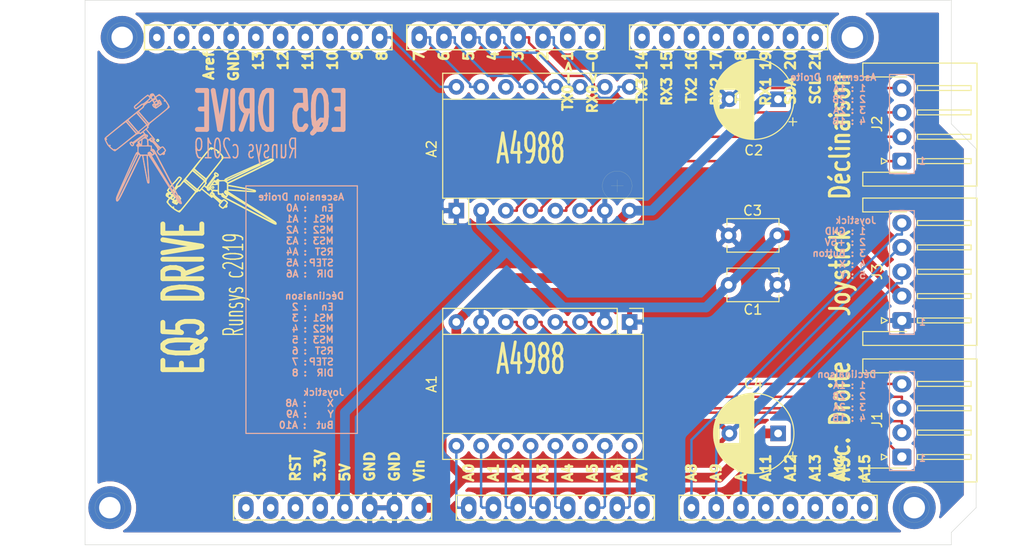
<source format=kicad_pcb>
(kicad_pcb (version 20171130) (host pcbnew 5.1.5-52549c5~84~ubuntu18.04.1)
  (layers (0 F.Cu signal) (31 B.Cu signal) (34 B.Paste user hide) (35 F.Paste user hide) (36 B.SilkS user) (37 F.SilkS user) (38 B.Mask user) (39 F.Mask user) (44 Edge.Cuts user))
  (net 0 "")
  (net 1 "Net-(SH1-Pad19)")
  (net 2 "Net-(SH1-Pad18)")
  (net 3 "Net-(SH1-Pad17)")
  (net 4 "Net-(SH1-Pad16)")
  (net 5 "Net-(SH1-Pad15)")
  (net 6 "Net-(SH1-Pad14)")
  (net 7 /13)
  (net 8 /12)
  (net 9 /11)
  (net 10 /10)
  (net 11 /9)
  (net 12 /8)
  (net 13 /7)
  (net 14 /A15)
  (net 15 /A14)
  (net 16 /A13)
  (net 17 /A12)
  (net 18 /A11)
  (net 19 /A10)
  (net 20 /A9)
  (net 21 "Net-(SH1-Pad21/2)")
  (net 22 "Net-(SH1-Pad20/2)")
  (net 23 "Net-(SH1-PadAREF)")
  (net 24 "Net-(SH1-Pad20/1)")
  (net 25 "Net-(SH1-Pad21/1)")
  (net 26 "Net-(SH1-Pad3V3)")
  (net 27 "Net-(SH1-PadRST)")
  (net 28 "Net-(SH1-PadIREF)")
  (net 29 "Net-(SH1-PadNC)")
  (net 30 "Net-(A1-Pad3)")
  (net 31 "Net-(A1-Pad4)")
  (net 32 "Net-(A1-Pad5)")
  (net 33 "Net-(A1-Pad6)")
  (net 34 "Net-(A1-Pad14)")
  (net 35 "Net-(A2-Pad3)")
  (net 36 "Net-(A2-Pad4)")
  (net 37 "Net-(A2-Pad5)")
  (net 38 "Net-(A2-Pad6)")
  (net 39 "Net-(A2-Pad14)")
  (net 40 GND)
  (net 41 +5V)
  (net 42 +12V)
  (net 43 /A2)
  (net 44 /A0)
  (net 45 /A1)
  (net 46 /A3)
  (net 47 /A4)
  (net 48 /A5)
  (net 49 /A6)
  (net 50 /A8)
  (net 51 /A7)
  (net 52 /6)
  (net 53 /5)
  (net 54 /4)
  (net 55 /3)
  (net 56 /2)
  (net 57 /1)
  (net 58 /0)
  (module SHIELD_ARDUINO:ARDUINO_MEGA_2560_R3_ELL (layer F.Cu) (at 130.81 90.17)
    (fp_text reference SH1 hide)
    (fp_text value ARDUINO_MEGA hide)
    (pad 19 thru_hole oval (at 30.48 -24.13) (size 1.5748 2.286) (drill 0.762) (layers *.Cu *.Mask) (net 1 "Net-(SH1-Pad19)"))
    (pad 18 thru_hole oval (at 27.94 -24.13) (size 1.5748 2.286) (drill 0.762) (layers *.Cu *.Mask) (net 2 "Net-(SH1-Pad18)"))
    (pad 17 thru_hole oval (at 25.4 -24.13) (size 1.5748 2.286) (drill 0.762) (layers *.Cu *.Mask) (net 3 "Net-(SH1-Pad17)"))
    (pad 16 thru_hole oval (at 22.86 -24.13) (size 1.5748 2.286) (drill 0.762) (layers *.Cu *.Mask) (net 4 "Net-(SH1-Pad16)"))
    (pad 15 thru_hole oval (at 20.32 -24.13) (size 1.5748 2.286) (drill 0.762) (layers *.Cu *.Mask) (net 5 "Net-(SH1-Pad15)"))
    (pad 14 thru_hole oval (at 17.78 -24.13) (size 1.5748 2.286) (drill 0.762) (layers *.Cu *.Mask) (net 6 "Net-(SH1-Pad14)"))
    (pad 13 thru_hole oval (at -21.844 -24.13) (size 1.5748 2.286) (drill 0.762) (layers *.Cu *.Mask) (net 7 /13))
    (pad 12 thru_hole oval (at -19.304 -24.13) (size 1.5748 2.286) (drill 0.762) (layers *.Cu *.Mask) (net 8 /12))
    (pad 11 thru_hole oval (at -16.764 -24.13) (size 1.5748 2.286) (drill 0.762) (layers *.Cu *.Mask) (net 9 /11))
    (pad 10 thru_hole oval (at -14.224 -24.13) (size 1.5748 2.286) (drill 0.762) (layers *.Cu *.Mask) (net 10 /10))
    (pad 9 thru_hole oval (at -11.684 -24.13) (size 1.5748 2.286) (drill 0.762) (layers *.Cu *.Mask) (net 11 /9))
    (pad 8 thru_hole oval (at -9.144 -24.13) (size 1.5748 2.286) (drill 0.762) (layers *.Cu *.Mask) (net 12 /8))
    (pad 7 thru_hole oval (at -5.08 -24.13) (size 1.5748 2.286) (drill 0.762) (layers *.Cu *.Mask) (net 13 /7))
    (pad 6 thru_hole oval (at -2.54 -24.13) (size 1.5748 2.286) (drill 0.762) (layers *.Cu *.Mask) (net 52 /6))
    (pad 5 thru_hole oval (at 0 -24.13) (size 1.5748 2.286) (drill 0.762) (layers *.Cu *.Mask) (net 53 /5))
    (pad 4 thru_hole oval (at 2.54 -24.13) (size 1.5748 2.286) (drill 0.762) (layers *.Cu *.Mask) (net 54 /4))
    (pad 3 thru_hole oval (at 5.08 -24.13) (size 1.5748 2.286) (drill 0.762) (layers *.Cu *.Mask) (net 55 /3))
    (pad 2 thru_hole oval (at 7.62 -24.13) (size 1.5748 2.286) (drill 0.762) (layers *.Cu *.Mask) (net 56 /2))
    (pad 1 thru_hole oval (at 10.16 -24.13) (size 1.5748 2.286) (drill 0.762) (layers *.Cu *.Mask) (net 57 /1))
    (pad A15 thru_hole oval (at 40.64 24.13) (size 1.5748 2.286) (drill 0.762) (layers *.Cu *.Mask) (net 14 /A15))
    (pad A14 thru_hole oval (at 38.1 24.13) (size 1.5748 2.286) (drill 0.762) (layers *.Cu *.Mask) (net 15 /A14))
    (pad A13 thru_hole oval (at 35.56 24.13) (size 1.5748 2.286) (drill 0.762) (layers *.Cu *.Mask) (net 16 /A13))
    (pad A12 thru_hole oval (at 33.02 24.13) (size 1.5748 2.286) (drill 0.762) (layers *.Cu *.Mask) (net 17 /A12))
    (pad A11 thru_hole oval (at 30.48 24.13) (size 1.5748 2.286) (drill 0.762) (layers *.Cu *.Mask) (net 18 /A11))
    (pad A10 thru_hole oval (at 27.94 24.13) (size 1.5748 2.286) (drill 0.762) (layers *.Cu *.Mask) (net 19 /A10))
    (pad A9 thru_hole oval (at 25.4 24.13) (size 1.5748 2.286) (drill 0.762) (layers *.Cu *.Mask) (net 20 /A9))
    (pad A8 thru_hole oval (at 22.86 24.13) (size 1.5748 2.286) (drill 0.762) (layers *.Cu *.Mask) (net 50 /A8))
    (pad A7 thru_hole oval (at 17.78 24.13) (size 1.5748 2.286) (drill 0.762) (layers *.Cu *.Mask) (net 51 /A7))
    (pad A6 thru_hole oval (at 15.24 24.13) (size 1.5748 2.286) (drill 0.762) (layers *.Cu *.Mask) (net 49 /A6))
    (pad A5 thru_hole oval (at 12.7 24.13) (size 1.5748 2.286) (drill 0.762) (layers *.Cu *.Mask) (net 48 /A5))
    (pad A4 thru_hole oval (at 10.16 24.13) (size 1.5748 2.286) (drill 0.762) (layers *.Cu *.Mask) (net 47 /A4))
    (pad A3 thru_hole oval (at 7.62 24.13) (size 1.5748 2.286) (drill 0.762) (layers *.Cu *.Mask) (net 46 /A3))
    (pad A2 thru_hole oval (at 5.08 24.13) (size 1.5748 2.286) (drill 0.762) (layers *.Cu *.Mask) (net 43 /A2))
    (pad A1 thru_hole oval (at 2.54 24.13) (size 1.5748 2.286) (drill 0.762) (layers *.Cu *.Mask) (net 45 /A1))
    (pad 21/2 thru_hole oval (at -32.004 -24.1173) (size 1.5748 2.286) (drill 0.762) (layers *.Cu *.Mask) (net 21 "Net-(SH1-Pad21/2)"))
    (pad 20/2 thru_hole oval (at -29.464 -24.1173) (size 1.5748 2.286) (drill 0.762) (layers *.Cu *.Mask) (net 22 "Net-(SH1-Pad20/2)"))
    (pad AREF thru_hole oval (at -26.924 -24.1173) (size 1.5748 2.286) (drill 0.762) (layers *.Cu *.Mask) (net 23 "Net-(SH1-PadAREF)"))
    (pad GND3 thru_hole oval (at -24.384 -24.1173) (size 1.5748 2.286) (drill 0.762) (layers *.Cu *.Mask) (net 40 GND))
    (pad 0 thru_hole oval (at 12.7 -24.1173) (size 1.5748 2.286) (drill 0.762) (layers *.Cu *.Mask) (net 58 /0))
    (pad 20/1 thru_hole oval (at 33.02 -24.1173) (size 1.5748 2.286) (drill 0.762) (layers *.Cu *.Mask) (net 24 "Net-(SH1-Pad20/1)"))
    (pad 21/1 thru_hole oval (at 35.56 -24.1173) (size 1.5748 2.286) (drill 0.762) (layers *.Cu *.Mask) (net 25 "Net-(SH1-Pad21/1)"))
    (pad A0 thru_hole oval (at 0 24.1427) (size 1.5748 2.286) (drill 0.762) (layers *.Cu *.Mask) (net 44 /A0))
    (pad VIN thru_hole oval (at -5.08 24.1427) (size 1.5748 2.286) (drill 0.762) (layers *.Cu *.Mask) (net 42 +12V))
    (pad GND2 thru_hole oval (at -7.62 24.1427) (size 1.5748 2.286) (drill 0.762) (layers *.Cu *.Mask) (net 40 GND))
    (pad GND1 thru_hole oval (at -10.16 24.1427) (size 1.5748 2.286) (drill 0.762) (layers *.Cu *.Mask) (net 40 GND))
    (pad 5V/1 thru_hole oval (at -12.7 24.1427) (size 1.5748 2.286) (drill 0.762) (layers *.Cu *.Mask) (net 41 +5V))
    (pad 3V3 thru_hole oval (at -15.24 24.1427) (size 1.5748 2.286) (drill 0.762) (layers *.Cu *.Mask) (net 26 "Net-(SH1-Pad3V3)"))
    (pad RST thru_hole oval (at -17.78 24.1427) (size 1.5748 2.286) (drill 0.762) (layers *.Cu *.Mask) (net 27 "Net-(SH1-PadRST)"))
    (pad IREF thru_hole oval (at -20.32 24.1427) (size 1.5748 2.286) (drill 0.762) (layers *.Cu *.Mask) (net 28 "Net-(SH1-PadIREF)"))
    (pad NC thru_hole oval (at -22.86 24.1427) (size 1.5748 2.286) (drill 0.762) (layers *.Cu *.Mask) (net 29 "Net-(SH1-PadNC)"))
  )
  (module MountingHole:MountingHole_2.2mm_M2_Pad (layer F.Cu) (at 93.98 114.3)
    (fp_text reference REF1 hide)
    (fp_text value MountingHole_2.2mm_M2_Pad)
    (pad 1 thru_hole circle (at 0 0) (size 4.4 4.4) (drill 2.2) (layers *.Cu *.Mask))
  )
  (module Connector_JST:JST_XH_S5B-XH-A-1_1x05_P2.50mm_Horizontal (layer F.Cu) (at 175.26 95.09 90)
    (fp_text reference J3 (at 5 -2.54 90) (layer F.SilkS))
    (fp_text value Conn_01x05_Male)
    (pad 5 thru_hole oval (at 10 0 90) (size 1.7 1.95) (drill 0.95) (layers *.Cu *.Mask) (net 50 /A8))
    (pad 4 thru_hole oval (at 7.5 0 90) (size 1.7 1.95) (drill 0.95) (layers *.Cu *.Mask) (net 20 /A9))
    (pad 3 thru_hole oval (at 5 0 90) (size 1.7 1.95) (drill 0.95) (layers *.Cu *.Mask) (net 19 /A10))
    (pad 2 thru_hole oval (at 2.5 0 90) (size 1.7 1.95) (drill 0.95) (layers *.Cu *.Mask) (net 41 +5V))
    (pad 1 thru_hole roundrect (at 0 0 90) (size 1.7 1.95) (drill 0.95) (layers *.Cu *.Mask) (roundrect_rratio 0.147059) (net 40 GND))
  )
  (module Connector_JST:JST_XH_S4B-XH-A-1_1x04_P2.50mm_Horizontal (layer F.Cu) (at 175.26 78.74 90)
    (fp_text reference J2 (at 3.81 -2.54 90) (layer F.SilkS))
    (fp_text value Conn_01x04_Male)
    (pad 4 thru_hole oval (at 7.5 0 90) (size 1.7 1.95) (drill 0.95) (layers *.Cu *.Mask) (net 35 "Net-(A2-Pad3)"))
    (pad 3 thru_hole oval (at 5 0 90) (size 1.7 1.95) (drill 0.95) (layers *.Cu *.Mask) (net 36 "Net-(A2-Pad4)"))
    (pad 2 thru_hole oval (at 2.5 0 90) (size 1.7 1.95) (drill 0.95) (layers *.Cu *.Mask) (net 37 "Net-(A2-Pad5)"))
    (pad 1 thru_hole roundrect (at 0 0 90) (size 1.7 1.95) (drill 0.95) (layers *.Cu *.Mask) (roundrect_rratio 0.147059) (net 38 "Net-(A2-Pad6)"))
  )
  (module Connector_JST:JST_XH_S4B-XH-A-1_1x04_P2.50mm_Horizontal (layer F.Cu) (at 175.26 109.1 90)
    (fp_text reference J1 (at 3.81 -2.54 90) (layer F.SilkS))
    (fp_text value Conn_01x04_Male)
    (pad 4 thru_hole oval (at 7.5 0 90) (size 1.7 1.95) (drill 0.95) (layers *.Cu *.Mask) (net 30 "Net-(A1-Pad3)"))
    (pad 3 thru_hole oval (at 5 0 90) (size 1.7 1.95) (drill 0.95) (layers *.Cu *.Mask) (net 31 "Net-(A1-Pad4)"))
    (pad 2 thru_hole oval (at 2.5 0 90) (size 1.7 1.95) (drill 0.95) (layers *.Cu *.Mask) (net 32 "Net-(A1-Pad5)"))
    (pad 1 thru_hole roundrect (at 0 0 90) (size 1.7 1.95) (drill 0.95) (layers *.Cu *.Mask) (roundrect_rratio 0.147059) (net 33 "Net-(A1-Pad6)"))
  )
  (module Capacitor_THT:C_Disc_D5.1mm_W3.2mm_P5.00mm (layer F.Cu) (at 162.48 86.36 180)
    (fp_text reference C3 (at 2.54 2.54) (layer F.SilkS))
    (fp_text value 100n)
    (pad 2 thru_hole circle (at 5 0 180) (size 1.6 1.6) (drill 0.8) (layers *.Cu *.Mask) (net 40 GND))
    (pad 1 thru_hole circle (at 0 0 180) (size 1.6 1.6) (drill 0.8) (layers *.Cu *.Mask) (net 41 +5V))
  )
  (module Capacitor_THT:C_Disc_D5.1mm_W3.2mm_P5.00mm (layer F.Cu) (at 157.48 91.44)
    (fp_text reference C1 (at 2.5 2.54) (layer F.SilkS))
    (fp_text value 100n)
    (pad 2 thru_hole circle (at 5 0) (size 1.6 1.6) (drill 0.8) (layers *.Cu *.Mask) (net 40 GND))
    (pad 1 thru_hole circle (at 0 0) (size 1.6 1.6) (drill 0.8) (layers *.Cu *.Mask) (net 41 +5V))
  )
  (module logo:tele (layer F.Cu) (at 99.06 77.47)
    (fp_text reference G1 hide)
    (fp_text value LOGO hide)
  )
  (module logo:tele (layer F.Cu) (at 105.41 81.28 90)
    (fp_text reference G0 hide)
    (fp_text value LOGO hide)
  )
  (module Capacitor_THT:CP_Radial_D8.0mm_P5.00mm (layer F.Cu) (at 162.56 106.68 180)
    (fp_text reference C4 (at 2.54 5.08) (layer F.SilkS))
    (fp_text value 100u)
    (pad 2 thru_hole circle (at 5 0 180) (size 1.6 1.6) (drill 0.8) (layers *.Cu *.Mask) (net 40 GND))
    (pad 1 thru_hole rect (at 0 0 180) (size 1.6 1.6) (drill 0.8) (layers *.Cu *.Mask) (net 42 +12V))
  )
  (module Capacitor_THT:CP_Radial_D8.0mm_P5.00mm (layer F.Cu) (at 162.56 72.39 180)
    (fp_text reference C2 (at 2.5 -5.25) (layer F.SilkS))
    (fp_text value 100u)
    (pad 2 thru_hole circle (at 5 0 180) (size 1.6 1.6) (drill 0.8) (layers *.Cu *.Mask) (net 40 GND))
    (pad 1 thru_hole rect (at 0 0 180) (size 1.6 1.6) (drill 0.8) (layers *.Cu *.Mask) (net 42 +12V))
  )
  (module MountingHole:MountingHole_2.2mm_M2_Pad (layer F.Cu) (at 176.53 114.3)
    (fp_text reference REF2 hide)
    (fp_text value MountingHole_2.2mm_M2_Pad)
    (pad 1 thru_hole circle (at 0 0) (size 4.4 4.4) (drill 2.2) (layers *.Cu *.Mask))
  )
  (module MountingHole:MountingHole_2.2mm_M2_Pad (layer F.Cu) (at 170.18 66.04)
    (fp_text reference REF3 hide)
    (fp_text value MountingHole_2.2mm_M2_Pad)
    (pad 1 thru_hole circle (at 0 0) (size 4.4 4.4) (drill 2.2) (layers *.Cu *.Mask))
  )
  (module MountingHole:MountingHole_2.2mm_M2_Pad (layer F.Cu) (at 95.25 66.04)
    (fp_text reference REF** hide)
    (fp_text value MountingHole_2.2mm_M2_Pad)
    (pad 1 thru_hole circle (at 0 0) (size 4.4 4.4) (drill 2.2) (layers *.Cu *.Mask))
  )
  (module Modules:Pololu_Breakout-16_15.2x20.3mm (layer F.Cu) (at 129.54 83.82 90)
    (fp_text reference A2 (at 6.35 -2.54 90) (layer F.SilkS))
    (fp_text value Pololu_Breakout_A4988)
    (pad 1 thru_hole rect (at 0 0 90) (size 1.6 1.6) (drill 0.8) (layers *.Cu *.Mask) (net 40 GND))
    (pad 9 thru_hole oval (at 12.7 17.78 90) (size 1.6 1.6) (drill 0.8) (layers *.Cu *.Mask) (net 56 /2))
    (pad 2 thru_hole oval (at 0 2.54 90) (size 1.6 1.6) (drill 0.8) (layers *.Cu *.Mask) (net 41 +5V))
    (pad 10 thru_hole oval (at 12.7 15.24 90) (size 1.6 1.6) (drill 0.8) (layers *.Cu *.Mask) (net 55 /3))
    (pad 3 thru_hole oval (at 0 5.08 90) (size 1.6 1.6) (drill 0.8) (layers *.Cu *.Mask) (net 35 "Net-(A2-Pad3)"))
    (pad 11 thru_hole oval (at 12.7 12.7 90) (size 1.6 1.6) (drill 0.8) (layers *.Cu *.Mask) (net 54 /4))
    (pad 4 thru_hole oval (at 0 7.62 90) (size 1.6 1.6) (drill 0.8) (layers *.Cu *.Mask) (net 36 "Net-(A2-Pad4)"))
    (pad 12 thru_hole oval (at 12.7 10.16 90) (size 1.6 1.6) (drill 0.8) (layers *.Cu *.Mask) (net 53 /5))
    (pad 5 thru_hole oval (at 0 10.16 90) (size 1.6 1.6) (drill 0.8) (layers *.Cu *.Mask) (net 37 "Net-(A2-Pad5)"))
    (pad 13 thru_hole oval (at 12.7 7.62 90) (size 1.6 1.6) (drill 0.8) (layers *.Cu *.Mask) (net 52 /6))
    (pad 6 thru_hole oval (at 0 12.7 90) (size 1.6 1.6) (drill 0.8) (layers *.Cu *.Mask) (net 38 "Net-(A2-Pad6)"))
    (pad 14 thru_hole oval (at 12.7 5.08 90) (size 1.6 1.6) (drill 0.8) (layers *.Cu *.Mask) (net 39 "Net-(A2-Pad14)"))
    (pad 7 thru_hole oval (at 0 15.24 90) (size 1.6 1.6) (drill 0.8) (layers *.Cu *.Mask) (net 40 GND))
    (pad 15 thru_hole oval (at 12.7 2.54 90) (size 1.6 1.6) (drill 0.8) (layers *.Cu *.Mask) (net 13 /7))
    (pad 8 thru_hole oval (at 0 17.78 90) (size 1.6 1.6) (drill 0.8) (layers *.Cu *.Mask) (net 42 +12V))
    (pad 16 thru_hole oval (at 12.7 0 90) (size 1.6 1.6) (drill 0.8) (layers *.Cu *.Mask) (net 12 /8))
  )
  (module Modules:Pololu_Breakout-16_15.2x20.3mm (layer F.Cu) (at 147.32 95.25 270)
    (fp_text reference A1 (at 6.35 20.32 90) (layer F.SilkS))
    (fp_text value Pololu_Breakout_A4988)
    (pad 1 thru_hole rect (at 0 0 270) (size 1.6 1.6) (drill 0.8) (layers *.Cu *.Mask) (net 40 GND))
    (pad 9 thru_hole oval (at 12.7 17.78 270) (size 1.6 1.6) (drill 0.8) (layers *.Cu *.Mask) (net 44 /A0))
    (pad 2 thru_hole oval (at 0 2.54 270) (size 1.6 1.6) (drill 0.8) (layers *.Cu *.Mask) (net 41 +5V))
    (pad 10 thru_hole oval (at 12.7 15.24 270) (size 1.6 1.6) (drill 0.8) (layers *.Cu *.Mask) (net 45 /A1))
    (pad 3 thru_hole oval (at 0 5.08 270) (size 1.6 1.6) (drill 0.8) (layers *.Cu *.Mask) (net 30 "Net-(A1-Pad3)"))
    (pad 11 thru_hole oval (at 12.7 12.7 270) (size 1.6 1.6) (drill 0.8) (layers *.Cu *.Mask) (net 43 /A2))
    (pad 4 thru_hole oval (at 0 7.62 270) (size 1.6 1.6) (drill 0.8) (layers *.Cu *.Mask) (net 31 "Net-(A1-Pad4)"))
    (pad 12 thru_hole oval (at 12.7 10.16 270) (size 1.6 1.6) (drill 0.8) (layers *.Cu *.Mask) (net 46 /A3))
    (pad 5 thru_hole oval (at 0 10.16 270) (size 1.6 1.6) (drill 0.8) (layers *.Cu *.Mask) (net 32 "Net-(A1-Pad5)"))
    (pad 13 thru_hole oval (at 12.7 7.62 270) (size 1.6 1.6) (drill 0.8) (layers *.Cu *.Mask) (net 47 /A4))
    (pad 6 thru_hole oval (at 0 12.7 270) (size 1.6 1.6) (drill 0.8) (layers *.Cu *.Mask) (net 33 "Net-(A1-Pad6)"))
    (pad 14 thru_hole oval (at 12.7 5.08 270) (size 1.6 1.6) (drill 0.8) (layers *.Cu *.Mask) (net 34 "Net-(A1-Pad14)"))
    (pad 7 thru_hole oval (at 0 15.24 270) (size 1.6 1.6) (drill 0.8) (layers *.Cu *.Mask) (net 40 GND))
    (pad 15 thru_hole oval (at 12.7 2.54 270) (size 1.6 1.6) (drill 0.8) (layers *.Cu *.Mask) (net 48 /A5))
    (pad 8 thru_hole oval (at 0 17.78 270) (size 1.6 1.6) (drill 0.8) (layers *.Cu *.Mask) (net 42 +12V))
    (pad 16 thru_hole oval (at 12.7 0 270) (size 1.6 1.6) (drill 0.8) (layers *.Cu *.Mask) (net 49 /A6))
  )
  (gr_line (start 119.38 81.28) (end 119.38 106.68) (layer B.SilkS) (width 0.12))
  (gr_line (start 107.95 81.28) (end 119.38 81.28) (layer B.SilkS) (width 0.12))
  (gr_line (start 107.95 106.68) (end 107.95 81.28) (layer B.SilkS) (width 0.12))
  (gr_line (start 119.38 106.68) (end 107.95 106.68) (layer B.SilkS) (width 0.12))
  (gr_line (start 180.34 118.11) (end 180.34 116.84) (layer Edge.Cuts) (width 0.05))
  (gr_line (start 180.34 118.11) (end 91.44 118.11) (layer Edge.Cuts) (width 0.05))
  (gr_line (start 182.88 77.47) (end 182.88 81.28) (layer Edge.Cuts) (width 0.05))
  (gr_line (start 180.34 74.93) (end 182.88 77.47) (layer Edge.Cuts) (width 0.05))
  (gr_line (start 180.34 62.23) (end 180.34 74.93) (layer Edge.Cuts) (width 0.05))
  (gr_line (start 182.88 114.3) (end 182.88 81.28) (layer Edge.Cuts) (width 0.05))
  (gr_line (start 180.34 116.84) (end 182.88 114.3) (layer Edge.Cuts) (width 0.05))
  (gr_text "\n: 2\n: 3\n: 4\n: 5\n: 6\n: 7\n: 8" (at 114.3 96.52) (layer B.SilkS) (effects (font (size 0.7 0.7)) (justify left mirror)))
  (gr_text "\n: A0\n: A1\n: A2\n: A3\n: A4\n: A5\n: A6" (at 114.3 86.36) (layer B.SilkS) (effects (font (size 0.7 0.7)) (justify left mirror)))
  (gr_text 1 (at 177.8 95.25) (layer B.SilkS) (effects (font (size 0.7 0.7)) (justify left mirror)))
  (gr_text 1 (at 177.8 78.74) (layer B.SilkS) (effects (font (size 0.7 0.7)) (justify left mirror)))
  (gr_text 1 (at 177.8 109.22) (layer B.SilkS) (effects (font (size 0.7 0.7)) (justify left mirror)))
  (gr_text "Joystick\n  1 : GND\n  2 : +5V\n  3 : Button\n  4 : X\n  5 : Y\n" (at 172.72 87.63) (layer B.SilkS) (effects (font (size 0.7 0.7)) (justify left mirror)))
  (gr_text "Déclinaison\n  En\n  MS1\n  MS2\n  MS3\n  RST\n  STEP\n  DIR" (at 118.11 96.52) (layer B.SilkS) (effects (font (size 0.7 0.7)) (justify left mirror)))
  (gr_text "Ascension Droite\n  En\n  MS1\n  MS2\n  MS3\n  RST  \n  STEP\n  DIR" (at 118.11 86.36) (layer B.SilkS) (effects (font (size 0.7 0.7)) (justify left mirror)))
  (gr_text "Joystick\n  X    : A8\n  Y    : A9\n  But  : A10\n" (at 118.11 104.14) (layer B.SilkS) (effects (font (size 0.7 0.7)) (justify left mirror)))
  (gr_line (start 173.99 96.52) (end 176.53 96.52) (layer B.SilkS) (width 0.12))
  (gr_line (start 176.53 96.52) (end 176.53 83.82) (layer B.SilkS) (width 0.12))
  (gr_line (start 173.99 83.82) (end 173.99 96.52) (layer B.SilkS) (width 0.12))
  (gr_line (start 176.53 83.82) (end 173.99 83.82) (layer B.SilkS) (width 0.12))
  (gr_line (start 176.53 69.85) (end 173.99 69.85) (layer B.SilkS) (width 0.12))
  (gr_line (start 176.53 80.01) (end 176.53 69.85) (layer B.SilkS) (width 0.12))
  (gr_line (start 173.99 80.01) (end 176.53 80.01) (layer B.SilkS) (width 0.12))
  (gr_line (start 173.99 69.85) (end 173.99 80.01) (layer B.SilkS) (width 0.12))
  (gr_line (start 173.99 100.33) (end 173.99 110.49) (layer B.SilkS) (width 0.12))
  (gr_line (start 176.53 100.33) (end 173.99 100.33) (layer B.SilkS) (width 0.12))
  (gr_line (start 176.53 110.49) (end 176.53 100.33) (layer B.SilkS) (width 0.12))
  (gr_line (start 173.99 110.49) (end 176.53 110.49) (layer B.SilkS) (width 0.12))
  (gr_text "Runsys c2019" (at 107.95 77.47) (layer B.SilkS) (effects (font (size 2 1)) (justify mirror)))
  (gr_text "EQ5 DRIVE" (at 110.49 73.66) (layer B.SilkS) (effects (font (size 4 2) (thickness 0.5)) (justify mirror)))
  (gr_text "Déclinaison\n  1 : 1A\n  2 : 2B\n  3 : 2A\n  4 : 1B" (at 172.72 102.87) (layer B.SilkS) (effects (font (size 0.7 0.7)) (justify left mirror)))
  (gr_text "Ascension Droite\n  1 : 1A\n  2 : 2B\n  3 : 2A\n  4 : 1B" (at 172.72 72.39) (layer B.SilkS) (effects (font (size 0.7 0.7)) (justify left mirror)))
  (gr_text A4988 (at 137.16 99.06) (layer F.SilkS) (effects (font (size 3 1.5) (thickness 0.3))))
  (gr_text A4988 (at 137.16 77.47) (layer F.SilkS) (effects (font (size 3 1.5) (thickness 0.3))))
  (gr_text 8 (at 121.92 67.31 90) (layer F.SilkS) (effects (font (size 1 1) (thickness 0.25)) (justify right)))
  (gr_text 9 (at 119.38 67.31 90) (layer F.SilkS) (effects (font (size 1 1) (thickness 0.25)) (justify right)))
  (gr_text 10 (at 116.84 67.31 90) (layer F.SilkS) (effects (font (size 1 1) (thickness 0.25)) (justify right)))
  (gr_text 11 (at 114.3 67.31 90) (layer F.SilkS) (effects (font (size 1 1) (thickness 0.25)) (justify right)))
  (gr_text 12 (at 111.76 67.31 90) (layer F.SilkS) (effects (font (size 1 1) (thickness 0.25)) (justify right)))
  (gr_text 13 (at 109.22 67.31 90) (layer F.SilkS) (effects (font (size 1 1) (thickness 0.25)) (justify right)))
  (gr_text "GND\n" (at 106.68 67.31 90) (layer F.SilkS) (effects (font (size 1 1) (thickness 0.25)) (justify right)))
  (gr_text Aref (at 104.14 67.31 90) (layer F.SilkS) (effects (font (size 1 1) (thickness 0.25)) (justify right)))
  (gr_text "SCL 21\n" (at 166.37 67.31 90) (layer F.SilkS) (effects (font (size 1 1) (thickness 0.25)) (justify right)))
  (gr_text "SDA 20" (at 163.83 67.31 90) (layer F.SilkS) (effects (font (size 1 1) (thickness 0.25)) (justify right)))
  (gr_text "RX1 19" (at 161.29 67.31 90) (layer F.SilkS) (effects (font (size 1 1) (thickness 0.25)) (justify right)))
  (gr_text "TX1 18" (at 158.75 67.31 90) (layer F.SilkS) (effects (font (size 1 1) (thickness 0.25)) (justify right)))
  (gr_text "RX2 17" (at 156.21 67.31 90) (layer F.SilkS) (effects (font (size 1 1) (thickness 0.25)) (justify right)))
  (gr_text "TX2 16" (at 153.67 67.31 90) (layer F.SilkS) (effects (font (size 1 1) (thickness 0.25)) (justify right)))
  (gr_text "RX3 15" (at 151.13 67.31 90) (layer F.SilkS) (effects (font (size 1 1) (thickness 0.25)) (justify right)))
  (gr_text "TX3 14" (at 148.59 67.31 90) (layer F.SilkS) (effects (font (size 1 1) (thickness 0.25)) (justify right)))
  (gr_text RX0<-0 (at 143.51 67.31 90) (layer F.SilkS) (effects (font (size 1 1) (thickness 0.25)) (justify right)))
  (gr_text TX0->1 (at 140.97 67.31 90) (layer F.SilkS) (effects (font (size 1 1) (thickness 0.25)) (justify right)))
  (gr_text 2 (at 138.43 67.31 90) (layer F.SilkS) (effects (font (size 1 1) (thickness 0.25)) (justify right)))
  (gr_text 3 (at 135.89 67.31 90) (layer F.SilkS) (effects (font (size 1 1) (thickness 0.25)) (justify right)))
  (gr_text 4 (at 133.35 67.31 90) (layer F.SilkS) (effects (font (size 1 1) (thickness 0.25)) (justify right)))
  (gr_text 5 (at 130.81 67.31 90) (layer F.SilkS) (effects (font (size 1 1) (thickness 0.25)) (justify right)))
  (gr_text "6\n" (at 128.27 67.31 90) (layer F.SilkS) (effects (font (size 1 1) (thickness 0.25)) (justify right)))
  (gr_text 7 (at 125.73 67.31 90) (layer F.SilkS) (effects (font (size 1 1) (thickness 0.25)) (justify right)))
  (gr_text A15 (at 171.45 111.76 90) (layer F.SilkS) (effects (font (size 1 1) (thickness 0.25)) (justify left)))
  (gr_text "A14\n" (at 168.91 111.76 90) (layer F.SilkS) (effects (font (size 1 1) (thickness 0.25)) (justify left)))
  (gr_text A13 (at 166.37 111.76 90) (layer F.SilkS) (effects (font (size 1 1) (thickness 0.25)) (justify left)))
  (gr_text "A12\n" (at 163.83 111.76 90) (layer F.SilkS) (effects (font (size 1 1) (thickness 0.25)) (justify left)))
  (gr_text A11 (at 161.29 111.76 90) (layer F.SilkS) (effects (font (size 1 1) (thickness 0.25)) (justify left)))
  (gr_text A10 (at 158.75 111.76 90) (layer F.SilkS) (effects (font (size 1 1) (thickness 0.25)) (justify left)))
  (gr_text A9 (at 156.21 111.76 90) (layer F.SilkS) (effects (font (size 1 1) (thickness 0.25)) (justify left)))
  (gr_text A8 (at 153.67 111.76 90) (layer F.SilkS) (effects (font (size 1 1) (thickness 0.25)) (justify left)))
  (gr_text "A7\n" (at 148.59 111.76 90) (layer F.SilkS) (effects (font (size 1 1) (thickness 0.25)) (justify left)))
  (gr_text A6 (at 146.05 111.76 90) (layer F.SilkS) (effects (font (size 1 1) (thickness 0.25)) (justify left)))
  (gr_text A5 (at 143.51 111.76 90) (layer F.SilkS) (effects (font (size 1 1) (thickness 0.25)) (justify left)))
  (gr_text A4 (at 140.97 111.76 90) (layer F.SilkS) (effects (font (size 1 1) (thickness 0.25)) (justify left)))
  (gr_text "A3\n" (at 138.43 111.76 90) (layer F.SilkS) (effects (font (size 1 1) (thickness 0.25)) (justify left)))
  (gr_text A2 (at 135.89 111.76 90) (layer F.SilkS) (effects (font (size 1 1) (thickness 0.25)) (justify left)))
  (gr_text A1 (at 133.35 111.76 90) (layer F.SilkS) (effects (font (size 1 1) (thickness 0.25)) (justify left)))
  (gr_text A0 (at 130.81 111.76 90) (layer F.SilkS) (effects (font (size 1 1) (thickness 0.25)) (justify left)))
  (gr_text "RST\n" (at 113.03 111.76 90) (layer F.SilkS) (effects (font (size 1 1) (thickness 0.25)) (justify left)))
  (gr_text 3.3V (at 115.57 111.76 90) (layer F.SilkS) (effects (font (size 1 1) (thickness 0.25)) (justify left)))
  (gr_text 5V (at 118.11 111.76 90) (layer F.SilkS) (effects (font (size 1 1) (thickness 0.25)) (justify left)))
  (gr_text Vin (at 125.73 111.76 90) (layer F.SilkS) (effects (font (size 1 1) (thickness 0.25)) (justify left)))
  (gr_text GND (at 120.65 111.76 90) (layer F.SilkS) (effects (font (size 1 1) (thickness 0.25)) (justify left)))
  (gr_text GND (at 123.19 111.76 90) (layer F.SilkS) (effects (font (size 1 1) (thickness 0.25)) (justify left)))
  (gr_text Joystick (at 168.91 90.17 90) (layer F.SilkS) (effects (font (size 2 1.5) (thickness 0.3))))
  (gr_text Déclinaison (at 168.91 76.2 90) (layer F.SilkS) (effects (font (size 2 1.5) (thickness 0.3))))
  (gr_text "Asc. Droite" (at 168.91 105.41 90) (layer F.SilkS) (effects (font (size 2 1.5) (thickness 0.3))))
  (gr_text "Runsys c2019" (at 106.68 91.44 90) (layer F.SilkS) (effects (font (size 2 1))))
  (gr_text "EQ5 DRIVE" (at 101.6 92.71 90) (layer F.SilkS) (effects (font (size 4 2) (thickness 0.5))))
  (gr_line (start 91.44 118.11) (end 91.44 62.23) (layer Edge.Cuts) (width 0.05))
  (gr_line (start 91.44 62.23) (end 180.34 62.23) (layer Edge.Cuts) (width 0.05))
  (segment (start 121.666 66.04) (end 122.7787 66.04) (width 0.25) (layer B.Cu) (net 12))
  (segment (start 129.54 71.12) (end 127.8587 71.12) (width 0.25) (layer B.Cu) (net 12))
  (segment (start 127.8587 71.12) (end 122.7787 66.04) (width 0.25) (layer B.Cu) (net 12))
  (segment (start 125.73 66.04) (end 126.8427 66.04) (width 0.25) (layer B.Cu) (net 13))
  (segment (start 132.08 71.12) (end 130.9547 71.12) (width 0.25) (layer B.Cu) (net 13))
  (segment (start 130.9547 71.12) (end 130.9547 70.8386) (width 0.25) (layer B.Cu) (net 13))
  (segment (start 130.9547 70.8386) (end 126.8427 66.7266) (width 0.25) (layer B.Cu) (net 13))
  (segment (start 126.8427 66.7266) (end 126.8427 66.04) (width 0.25) (layer B.Cu) (net 13))
  (segment (start 175.26 90.09) (end 175.26 91.2653) (width 0.25) (layer B.Cu) (net 19))
  (segment (start 175.26 91.2653) (end 174.7458 91.2653) (width 0.25) (layer B.Cu) (net 19))
  (segment (start 174.7458 91.2653) (end 158.75 107.2611) (width 0.25) (layer B.Cu) (net 19))
  (segment (start 158.75 107.2611) (end 158.75 114.3) (width 0.25) (layer B.Cu) (net 19))
  (segment (start 175.26 87.59) (end 175.0282 87.59) (width 0.25) (layer B.Cu) (net 20))
  (segment (start 175.0282 87.59) (end 156.21 106.4082) (width 0.25) (layer B.Cu) (net 20))
  (segment (start 156.21 106.4082) (end 156.21 114.3) (width 0.25) (layer B.Cu) (net 20))
  (segment (start 142.24 95.25) (end 143.3653 95.25) (width 0.25) (layer F.Cu) (net 30))
  (segment (start 143.3653 95.25) (end 143.3653 95.5313) (width 0.25) (layer F.Cu) (net 30))
  (segment (start 143.3653 95.5313) (end 149.434 101.6) (width 0.25) (layer F.Cu) (net 30))
  (segment (start 149.434 101.6) (end 175.26 101.6) (width 0.25) (layer F.Cu) (net 30))
  (segment (start 175.26 104.1) (end 175.26 102.9247) (width 0.25) (layer F.Cu) (net 31))
  (segment (start 139.7 95.25) (end 140.8253 95.25) (width 0.25) (layer F.Cu) (net 31))
  (segment (start 140.8253 95.25) (end 140.8253 95.5313) (width 0.25) (layer F.Cu) (net 31))
  (segment (start 140.8253 95.5313) (end 148.2187 102.9247) (width 0.25) (layer F.Cu) (net 31))
  (segment (start 148.2187 102.9247) (end 175.26 102.9247) (width 0.25) (layer F.Cu) (net 31))
  (segment (start 175.26 106.6) (end 175.26 105.4247) (width 0.25) (layer F.Cu) (net 32))
  (segment (start 137.16 95.25) (end 138.2853 95.25) (width 0.25) (layer F.Cu) (net 32))
  (segment (start 138.2853 95.25) (end 138.2853 95.5313) (width 0.25) (layer F.Cu) (net 32))
  (segment (start 138.2853 95.5313) (end 146.8539 104.0999) (width 0.25) (layer F.Cu) (net 32))
  (segment (start 146.8539 104.0999) (end 172.7599 104.0999) (width 0.25) (layer F.Cu) (net 32))
  (segment (start 172.7599 104.0999) (end 174.0847 105.4247) (width 0.25) (layer F.Cu) (net 32))
  (segment (start 174.0847 105.4247) (end 175.26 105.4247) (width 0.25) (layer F.Cu) (net 32))
  (segment (start 134.62 95.25) (end 135.7453 95.25) (width 0.25) (layer F.Cu) (net 33))
  (segment (start 135.7453 95.25) (end 135.7453 95.5313) (width 0.25) (layer F.Cu) (net 33))
  (segment (start 135.7453 95.5313) (end 144.7643 104.5503) (width 0.25) (layer F.Cu) (net 33))
  (segment (start 144.7643 104.5503) (end 170.7103 104.5503) (width 0.25) (layer F.Cu) (net 33))
  (segment (start 170.7103 104.5503) (end 175.26 109.1) (width 0.25) (layer F.Cu) (net 33))
  (segment (start 134.62 83.82) (end 135.7453 83.82) (width 0.25) (layer F.Cu) (net 35))
  (segment (start 135.7453 83.82) (end 135.7453 83.5387) (width 0.25) (layer F.Cu) (net 35))
  (segment (start 135.7453 83.5387) (end 146.2192 73.0648) (width 0.25) (layer F.Cu) (net 35))
  (segment (start 146.2192 73.0648) (end 153.0326 73.0648) (width 0.25) (layer F.Cu) (net 35))
  (segment (start 153.0326 73.0648) (end 154.8574 71.24) (width 0.25) (layer F.Cu) (net 35))
  (segment (start 154.8574 71.24) (end 175.26 71.24) (width 0.25) (layer F.Cu) (net 35))
  (segment (start 137.16 83.82) (end 138.2853 83.82) (width 0.25) (layer F.Cu) (net 36))
  (segment (start 138.2853 83.82) (end 138.2853 83.5387) (width 0.25) (layer F.Cu) (net 36))
  (segment (start 138.2853 83.5387) (end 148.084 73.74) (width 0.25) (layer F.Cu) (net 36))
  (segment (start 148.084 73.74) (end 175.26 73.74) (width 0.25) (layer F.Cu) (net 36))
  (segment (start 139.7 83.82) (end 140.8253 83.82) (width 0.25) (layer F.Cu) (net 37))
  (segment (start 140.8253 83.82) (end 140.8253 83.5387) (width 0.25) (layer F.Cu) (net 37))
  (segment (start 140.8253 83.5387) (end 148.124 76.24) (width 0.25) (layer F.Cu) (net 37))
  (segment (start 148.124 76.24) (end 175.26 76.24) (width 0.25) (layer F.Cu) (net 37))
  (segment (start 142.24 83.82) (end 143.3653 83.82) (width 0.25) (layer F.Cu) (net 38))
  (segment (start 143.3653 83.82) (end 143.3653 83.5387) (width 0.25) (layer F.Cu) (net 38))
  (segment (start 143.3653 83.5387) (end 148.164 78.74) (width 0.25) (layer F.Cu) (net 38))
  (segment (start 148.164 78.74) (end 175.26 78.74) (width 0.25) (layer F.Cu) (net 38))
  (segment (start 162.48 86.36) (end 169.03 86.36) (width 1) (layer F.Cu) (net 41))
  (segment (start 169.03 86.36) (end 175.26 92.59) (width 1) (layer F.Cu) (net 41))
  (segment (start 157.48 91.44) (end 162.48 86.44) (width 1) (layer B.Cu) (net 41))
  (segment (start 162.48 86.44) (end 162.48 86.36) (width 1) (layer B.Cu) (net 41))
  (segment (start 144.78 93.7497) (end 155.1703 93.7497) (width 1) (layer B.Cu) (net 41))
  (segment (start 155.1703 93.7497) (end 157.48 91.44) (width 1) (layer B.Cu) (net 41))
  (segment (start 134.6994 87.9397) (end 118.11 104.5291) (width 1) (layer B.Cu) (net 41))
  (segment (start 118.11 104.5291) (end 118.11 114.3127) (width 1) (layer B.Cu) (net 41))
  (segment (start 144.78 93.7497) (end 140.5094 93.7497) (width 1) (layer B.Cu) (net 41))
  (segment (start 140.5094 93.7497) (end 134.6994 87.9397) (width 1) (layer B.Cu) (net 41))
  (segment (start 132.08 85.3203) (end 134.6994 87.9397) (width 1) (layer B.Cu) (net 41))
  (segment (start 132.08 83.82) (end 132.08 85.3203) (width 1) (layer B.Cu) (net 41))
  (segment (start 144.78 95.25) (end 144.78 93.7497) (width 1) (layer B.Cu) (net 41))
  (segment (start 129.54 95.25) (end 129.54 96.7503) (width 1) (layer F.Cu) (net 42))
  (segment (start 130.3119 111.2185) (end 127.2177 114.3127) (width 1) (layer F.Cu) (net 42))
  (segment (start 161.0597 106.68) (end 156.5212 111.2185) (width 1) (layer F.Cu) (net 42))
  (segment (start 156.5212 111.2185) (end 130.3119 111.2185) (width 1) (layer F.Cu) (net 42))
  (segment (start 129.54 96.7503) (end 128.0307 98.2596) (width 1) (layer F.Cu) (net 42))
  (segment (start 128.0307 98.2596) (end 128.0307 108.9373) (width 1) (layer F.Cu) (net 42))
  (segment (start 128.0307 108.9373) (end 130.3119 111.2185) (width 1) (layer F.Cu) (net 42))
  (segment (start 147.32 83.82) (end 140.3943 90.7457) (width 1) (layer F.Cu) (net 42))
  (segment (start 140.3943 90.7457) (end 134.0443 90.7457) (width 1) (layer F.Cu) (net 42))
  (segment (start 134.0443 90.7457) (end 129.54 95.25) (width 1) (layer F.Cu) (net 42))
  (segment (start 125.73 114.3127) (end 127.2177 114.3127) (width 1) (layer F.Cu) (net 42))
  (segment (start 162.56 106.68) (end 161.0597 106.68) (width 1) (layer F.Cu) (net 42))
  (segment (start 162.56 72.39) (end 161.0597 72.39) (width 1) (layer B.Cu) (net 42))
  (segment (start 147.32 83.82) (end 149.6297 83.82) (width 1) (layer B.Cu) (net 42))
  (segment (start 149.6297 83.82) (end 161.0597 72.39) (width 1) (layer B.Cu) (net 42))
  (segment (start 135.89 114.3) (end 134.7773 114.3) (width 0.25) (layer B.Cu) (net 43))
  (segment (start 134.62 107.95) (end 134.62 114.1427) (width 0.25) (layer B.Cu) (net 43))
  (segment (start 134.62 114.1427) (end 134.7773 114.3) (width 0.25) (layer B.Cu) (net 43))
  (segment (start 130.81 114.3127) (end 129.6973 114.3127) (width 0.25) (layer B.Cu) (net 44))
  (segment (start 129.54 107.95) (end 129.54 114.1554) (width 0.25) (layer B.Cu) (net 44))
  (segment (start 129.54 114.1554) (end 129.6973 114.3127) (width 0.25) (layer B.Cu) (net 44))
  (segment (start 133.35 114.3) (end 132.2373 114.3) (width 0.25) (layer B.Cu) (net 45))
  (segment (start 132.08 107.95) (end 132.08 114.1427) (width 0.25) (layer B.Cu) (net 45))
  (segment (start 132.08 114.1427) (end 132.2373 114.3) (width 0.25) (layer B.Cu) (net 45))
  (segment (start 138.43 114.3) (end 137.3173 114.3) (width 0.25) (layer B.Cu) (net 46))
  (segment (start 137.16 107.95) (end 137.16 114.1427) (width 0.25) (layer B.Cu) (net 46))
  (segment (start 137.16 114.1427) (end 137.3173 114.3) (width 0.25) (layer B.Cu) (net 46))
  (segment (start 140.97 114.3) (end 139.8573 114.3) (width 0.25) (layer B.Cu) (net 47))
  (segment (start 139.7 107.95) (end 139.7 114.1427) (width 0.25) (layer B.Cu) (net 47))
  (segment (start 139.7 114.1427) (end 139.8573 114.3) (width 0.25) (layer B.Cu) (net 47))
  (segment (start 143.51 114.3) (end 144.6227 114.3) (width 0.25) (layer B.Cu) (net 48))
  (segment (start 144.78 107.95) (end 144.78 114.1427) (width 0.25) (layer B.Cu) (net 48))
  (segment (start 144.78 114.1427) (end 144.6227 114.3) (width 0.25) (layer B.Cu) (net 48))
  (segment (start 146.05 114.3) (end 147.1627 114.3) (width 0.25) (layer B.Cu) (net 49))
  (segment (start 147.32 107.95) (end 147.32 114.1427) (width 0.25) (layer B.Cu) (net 49))
  (segment (start 147.32 114.1427) (end 147.1627 114.3) (width 0.25) (layer B.Cu) (net 49))
  (segment (start 175.26 85.09) (end 175.26 86.2653) (width 0.25) (layer B.Cu) (net 50))
  (segment (start 175.26 86.2653) (end 174.7458 86.2653) (width 0.25) (layer B.Cu) (net 50))
  (segment (start 174.7458 86.2653) (end 153.67 107.3411) (width 0.25) (layer B.Cu) (net 50))
  (segment (start 153.67 107.3411) (end 153.67 114.3) (width 0.25) (layer B.Cu) (net 50))
  (segment (start 128.27 66.04) (end 129.3827 66.04) (width 0.25) (layer B.Cu) (net 52))
  (segment (start 137.16 71.12) (end 136.0347 71.12) (width 0.25) (layer B.Cu) (net 52))
  (segment (start 136.0347 71.12) (end 136.0347 70.8386) (width 0.25) (layer B.Cu) (net 52))
  (segment (start 136.0347 70.8386) (end 135.1908 69.9947) (width 0.25) (layer B.Cu) (net 52))
  (segment (start 135.1908 69.9947) (end 132.781 69.9947) (width 0.25) (layer B.Cu) (net 52))
  (segment (start 132.781 69.9947) (end 129.3827 66.5964) (width 0.25) (layer B.Cu) (net 52))
  (segment (start 129.3827 66.5964) (end 129.3827 66.04) (width 0.25) (layer B.Cu) (net 52))
  (segment (start 131.9227 66.04) (end 131.9227 66.5964) (width 0.25) (layer B.Cu) (net 53))
  (segment (start 131.9227 66.5964) (end 133.3869 68.0606) (width 0.25) (layer B.Cu) (net 53))
  (segment (start 133.3869 68.0606) (end 135.7966 68.0606) (width 0.25) (layer B.Cu) (net 53))
  (segment (start 135.7966 68.0606) (end 138.5747 70.8387) (width 0.25) (layer B.Cu) (net 53))
  (segment (start 138.5747 70.8387) (end 138.5747 71.12) (width 0.25) (layer B.Cu) (net 53))
  (segment (start 130.81 66.04) (end 131.9227 66.04) (width 0.25) (layer B.Cu) (net 53))
  (segment (start 139.7 71.12) (end 138.5747 71.12) (width 0.25) (layer B.Cu) (net 53))
  (segment (start 133.35 66.04) (end 134.4627 66.04) (width 0.25) (layer B.Cu) (net 54))
  (segment (start 142.24 71.12) (end 141.1147 71.12) (width 0.25) (layer B.Cu) (net 54))
  (segment (start 141.1147 71.12) (end 141.1147 70.8387) (width 0.25) (layer B.Cu) (net 54))
  (segment (start 141.1147 70.8387) (end 137.8862 67.6102) (width 0.25) (layer B.Cu) (net 54))
  (segment (start 137.8862 67.6102) (end 135.4765 67.6102) (width 0.25) (layer B.Cu) (net 54))
  (segment (start 135.4765 67.6102) (end 134.4627 66.5964) (width 0.25) (layer B.Cu) (net 54))
  (segment (start 134.4627 66.5964) (end 134.4627 66.04) (width 0.25) (layer B.Cu) (net 54))
  (segment (start 135.89 66.04) (end 137.0027 66.04) (width 0.25) (layer F.Cu) (net 55))
  (segment (start 144.78 71.12) (end 143.6547 71.12) (width 0.25) (layer F.Cu) (net 55))
  (segment (start 143.6547 71.12) (end 143.6547 70.8386) (width 0.25) (layer F.Cu) (net 55))
  (segment (start 143.6547 70.8386) (end 142.8108 69.9947) (width 0.25) (layer F.Cu) (net 55))
  (segment (start 142.8108 69.9947) (end 140.401 69.9947) (width 0.25) (layer F.Cu) (net 55))
  (segment (start 140.401 69.9947) (end 137.0027 66.5964) (width 0.25) (layer F.Cu) (net 55))
  (segment (start 137.0027 66.5964) (end 137.0027 66.04) (width 0.25) (layer F.Cu) (net 55))
  (segment (start 138.43 66.04) (end 139.5427 66.04) (width 0.25) (layer B.Cu) (net 56))
  (segment (start 147.32 71.12) (end 146.1947 71.12) (width 0.25) (layer B.Cu) (net 56))
  (segment (start 146.1947 71.12) (end 146.1947 71.4013) (width 0.25) (layer B.Cu) (net 56))
  (segment (start 146.1947 71.4013) (end 145.3418 72.2542) (width 0.25) (layer B.Cu) (net 56))
  (segment (start 145.3418 72.2542) (end 144.3184 72.2542) (width 0.25) (layer B.Cu) (net 56))
  (segment (start 144.3184 72.2542) (end 143.51 71.4458) (width 0.25) (layer B.Cu) (net 56))
  (segment (start 143.51 71.4458) (end 143.51 70.7368) (width 0.25) (layer B.Cu) (net 56))
  (segment (start 143.51 70.7368) (end 139.5427 66.7695) (width 0.25) (layer B.Cu) (net 56))
  (segment (start 139.5427 66.7695) (end 139.5427 66.04) (width 0.25) (layer B.Cu) (net 56))
  (zone (net 40) (net_name GND) (layer F.Cu) (connect_pads (clearance 0.508)) (min_thickness 0.254) (fill yes (arc_segments 32) (thermal_gap 0.508) (thermal_bridge_width 0.508))
    (polygon (pts (xy 179.07 74.93) (xy 181.61 77.47) (xy 181.61 113.03) (xy 179.07 115.57) (xy 179.07 116.84) (xy 92.71 116.84) (xy 92.71 63.5) (xy 179.07 63.5)))
  )
  (zone (net 40) (net_name GND) (layer B.Cu) (connect_pads (clearance 0.508)) (min_thickness 0.254) (fill yes (arc_segments 32) (thermal_gap 0.508) (thermal_bridge_width 0.508))
    (polygon (pts (xy 179.07 74.93) (xy 181.61 77.47) (xy 181.61 113.03) (xy 179.07 115.57) (xy 179.07 116.84) (xy 92.71 116.84) (xy 92.71 63.5) (xy 179.07 63.5)))
  )
)
</source>
